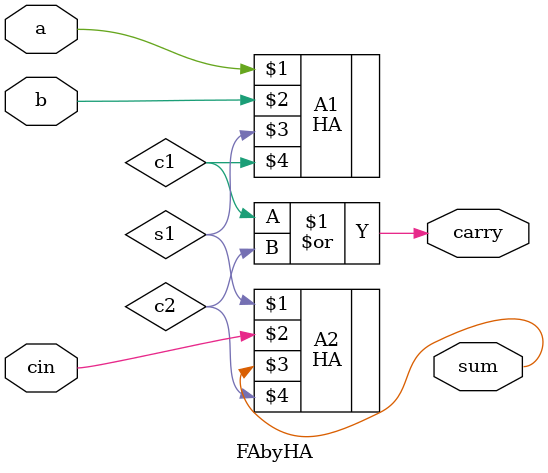
<source format=v>
`timescale 1ns / 1ps


module FAbyHA(
    input a,
    input b,
    input cin,
    output sum,
    output carry
    );
    wire s1, c1, c2;
    HA A1(a,b,s1,c1);
    HA A2(s1,cin,sum,c2);
    or(carry,c1,c2);
endmodule

</source>
